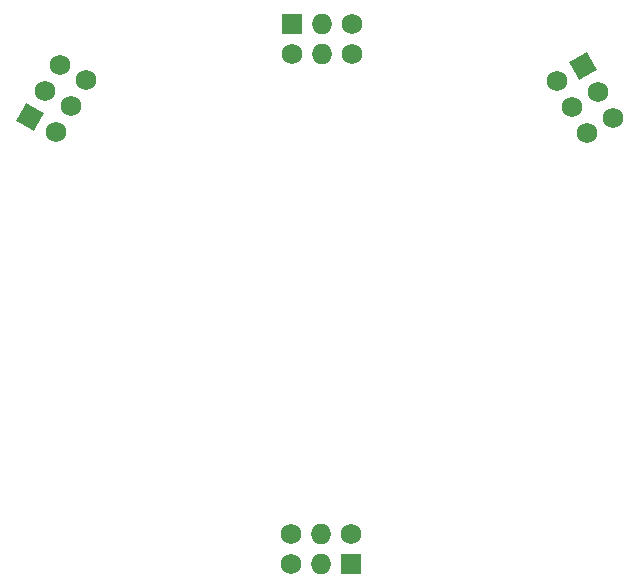
<source format=gbr>
G04 #@! TF.GenerationSoftware,KiCad,Pcbnew,(6.99.0-2452-gdb4f2d9dd8)*
G04 #@! TF.CreationDate,2022-07-29T14:02:10-05:00*
G04 #@! TF.ProjectId,VORTAC SAO Board,564f5254-4143-4205-9341-4f20426f6172,rev?*
G04 #@! TF.SameCoordinates,Original*
G04 #@! TF.FileFunction,Soldermask,Bot*
G04 #@! TF.FilePolarity,Negative*
%FSLAX46Y46*%
G04 Gerber Fmt 4.6, Leading zero omitted, Abs format (unit mm)*
G04 Created by KiCad (PCBNEW (6.99.0-2452-gdb4f2d9dd8)) date 2022-07-29 14:02:10*
%MOMM*%
%LPD*%
G01*
G04 APERTURE LIST*
G04 Aperture macros list*
%AMHorizOval*
0 Thick line with rounded ends*
0 $1 width*
0 $2 $3 position (X,Y) of the first rounded end (center of the circle)*
0 $4 $5 position (X,Y) of the second rounded end (center of the circle)*
0 Add line between two ends*
20,1,$1,$2,$3,$4,$5,0*
0 Add two circle primitives to create the rounded ends*
1,1,$1,$2,$3*
1,1,$1,$4,$5*%
%AMRotRect*
0 Rectangle, with rotation*
0 The origin of the aperture is its center*
0 $1 length*
0 $2 width*
0 $3 Rotation angle, in degrees counterclockwise*
0 Add horizontal line*
21,1,$1,$2,0,0,$3*%
G04 Aperture macros list end*
%ADD10R,1.727200X1.727200*%
%ADD11C,1.727200*%
%ADD12O,1.727200X1.727200*%
%ADD13RotRect,1.727200X1.727200X210.000000*%
%ADD14HorizOval,1.727200X0.000000X0.000000X0.000000X0.000000X0*%
%ADD15RotRect,1.727200X1.727200X330.000000*%
%ADD16HorizOval,1.727200X0.000000X0.000000X0.000000X0.000000X0*%
G04 APERTURE END LIST*
D10*
X142179999Y-118089999D03*
D11*
X142180000Y-115550000D03*
D12*
X139639999Y-118089999D03*
X139639999Y-115549999D03*
D11*
X137100000Y-118090000D03*
X137100000Y-115550000D03*
D13*
X161894531Y-75967256D03*
D11*
X159694827Y-77237257D03*
D14*
X163164531Y-78166961D03*
X160964826Y-79436961D03*
D11*
X164434532Y-80366666D03*
X162234827Y-81636666D03*
D10*
X137219999Y-72409999D03*
D11*
X137220000Y-74950000D03*
D12*
X139759999Y-72409999D03*
X139759999Y-74949999D03*
D11*
X142300000Y-72410000D03*
X142300000Y-74950000D03*
D15*
X115011092Y-80291382D03*
D11*
X117210798Y-81561383D03*
D16*
X116281092Y-78091677D03*
X118480797Y-79361677D03*
D11*
X117551093Y-75891974D03*
X119750798Y-77161974D03*
M02*

</source>
